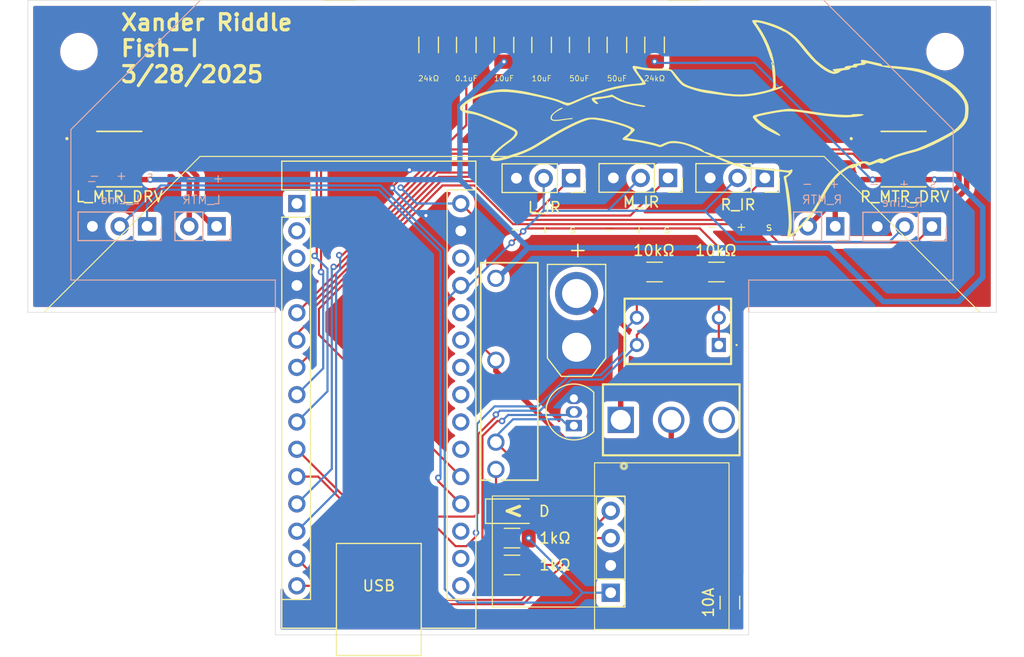
<source format=kicad_pcb>
(kicad_pcb (version 20240108) (generator "pcbnew") (generator_version "8.0")
  (layers (0 "F.Cu" signal) (31 "B.Cu" signal) (34 "B.Paste" user) (35 "F.Paste" user) (36 "B.SilkS" user "B.Silkscreen") (37 "F.SilkS" user "F.Silkscreen") (38 "B.Mask" user) (39 "F.Mask" user) (44 "Edge.Cuts" user))
  (net 0 "")
  (net 4 "M_IR")
  (net 6 "GND")
  (net 7 "+3V3")
  (net 9 "L_IR")
  (net 11 "+5V")
  (net 13 "R_IN2")
  (net 14 "L_LINE")
  (net 15 "DIP2")
  (net 18 "L_IN2")
  (net 19 "START_MOD")
  (net 20 "Kill_Switch")
  (net 22 "L_IN1")
  (net 23 "R_LINE")
  (net 24 "R_IR")
  (net 26 "R_IN1")
  (net 27 "+12V")
  (net 28 "DIP1")
  (net 30 "MOTOR_PWR")
  (net 31 "Net-(F1-Pad2)")
  (net 32 "Net-(J1-Pin_2)")
  (net 33 "Net-(J1-Pin_1)")
  (net 34 "Net-(J2-Pin_1)")
  (net 35 "Net-(J2-Pin_2)")
  (net 36 "Net-(L_MOTOR_DRIVER1-ILIM)")
  (net 38 "Net-(Power1-Pin_2)")
  (net 39 "Net-(R_MOTOR_DRIVER1-ILIM)")
  (net 40 "Net-(D1-K)")
  (net 41 "Net-(D1-A)")
  (net 42 "Net-(Q1-B)")
  (footprint "Resistor_SMD:R_1206_3216Metric_Pad1.30x1.75mm_HandSolder" (layer "F.Cu") (at 214.5 75.25 180)
    (property "Reference" "10kΩ" (at 0.05 2 0) (layer "F.SilkS"))
    (property "Value" "10kΩ")
    (pad "1" smd roundrect (at -1.55 0 180) (size 1.3 1.75) (layers "F.Cu" "F.Paste" "F.Mask") (roundrect_rratio 0.192308) (net 6 "GND"))
    (pad "2" smd roundrect (at 1.55 0 180) (size 1.3 1.75) (layers "F.Cu" "F.Paste" "F.Mask") (roundrect_rratio 0.192308) (net 28 "DIP1"))
  )
  (footprint "MountingHole:MountingHole_3mm" (layer "F.Cu") (at 155.25 54.75)
    (property "Reference" "REF**" (hide yes))
    (property "Value" "MountingHole_3mm")
    (pad "" np_thru_hole circle (at 0 0) (size 3 3) (drill 3) (layers "*.Cu" "*.Mask"))
  )
  (footprint "Connector_PinSocket_2.54mm:PinSocket_1x02_P2.54mm_Vertical" (layer "F.Cu") (at 225.54 71 -90)
    (property "Reference" "J2" (hide yes))
    (property "Value" "Conn_01x02")
    (pad "1" thru_hole rect (at 0 0 270) (size 1.7 1.7) (drill 1) (layers "*.Cu" "*.Mask") (net 34 "Net-(J2-Pin_1)"))
    (pad "2" thru_hole oval (at 0 2.54 270) (size 1.7 1.7) (drill 1) (layers "*.Cu" "*.Mask") (net 35 "Net-(J2-Pin_2)"))
  )
  (footprint "Resistor_SMD:R_1206_3216Metric_Pad1.30x1.75mm_HandSolder" (layer "F.Cu") (at 187.75 54.125 90)
    (property "Reference" "24kΩ" (at -3.125 0 180) (layer "F.SilkS") (effects (font (size 0.5 0.5) (thickness 0.07))))
    (property "Value" "24kΩ")
    (pad "1" smd roundrect (at -1.55 0 90) (size 1.3 1.75) (layers "F.Cu" "F.Paste" "F.Mask") (roundrect_rratio 0.192308) (net 36 "Net-(L_MOTOR_DRIVER1-ILIM)"))
    (pad "2" smd roundrect (at 1.55 0 90) (size 1.3 1.75) (layers "F.Cu" "F.Paste" "F.Mask") (roundrect_rratio 0.192308) (net 6 "GND"))
  )
  (footprint "Resistor_SMD:R_1206_3216Metric_Pad1.30x1.75mm_HandSolder" (layer "F.Cu") (at 208.75 75.25 180)
    (property "Reference" "10kΩ" (at 0.05 2 0) (layer "F.SilkS"))
    (property "Value" "10kΩ")
    (pad "1" smd roundrect (at -1.55 0 180) (size 1.3 1.75) (layers "F.Cu" "F.Paste" "F.Mask") (roundrect_rratio 0.192308) (net 6 "GND"))
    (pad "2" smd roundrect (at 1.55 0 180) (size 1.3 1.75) (layers "F.Cu" "F.Paste" "F.Mask") (roundrect_rratio 0.192308) (net 15 "DIP2"))
  )
  (footprint "MountingHole:MountingHole_3mm" (layer "F.Cu") (at 235.75 54.75)
    (property "Reference" "REF**" (hide yes))
    (property "Value" "MountingHole_3mm")
    (pad "" np_thru_hole circle (at 0 0) (size 3 3) (drill 3) (layers "F&B.Cu" "*.Mask"))
  )
  (footprint "Connector_PinHeader_2.54mm:PinHeader_1x04_P2.54mm_Vertical" (layer "F.Cu") (at 204.67 105.08 180)
    (property "Reference" "START_MOD1" (hide yes))
    (property "Value" "Conn_01x04")
    (pad "1" thru_hole rect (at 0 0 180) (size 1.7 1.7) (drill 1) (layers "*.Cu" "*.Mask") (net 11 "+5V"))
    (pad "2" thru_hole oval (at 0 2.54 180) (size 1.7 1.7) (drill 1) (layers "*.Cu" "*.Mask") (net 6 "GND"))
    (pad "3" thru_hole oval (at 0 5.08 180) (size 1.7 1.7) (drill 1) (layers "*.Cu" "*.Mask") (net 19 "START_MOD"))
    (pad "4" thru_hole oval (at 0 7.62 180) (size 1.7 1.7) (drill 1) (layers "*.Cu" "*.Mask") (net 20 "Kill_Switch"))
  )
  (footprint "Connector_PinSocket_2.54mm:PinSocket_1x03_P2.54mm_Vertical" (layer "F.Cu") (at 234.525 71.025 -90)
    (property "Reference" "R_LINE1" (hide yes))
    (property "Value" "Conn_01x03")
    (pad "1" thru_hole rect (at 0 0 270) (size 1.7 1.7) (drill 1) (layers "*.Cu" "*.Mask") (net 23 "R_LINE"))
    (pad "2" thru_hole oval (at 0 2.54 270) (size 1.7 1.7) (drill 1) (layers "*.Cu" "*.Mask") (net 11 "+5V"))
    (pad "3" thru_hole oval (at 0 5.08 270) (size 1.7 1.7) (drill 1) (layers "*.Cu" "*.Mask") (net 6 "GND"))
  )
  (footprint "Fuse:Fuse_1206_3216Metric_Pad1.42x1.75mm_HandSolder" (layer "F.Cu") (at 215.75 106 90)
    (property "Reference" "10A" (at 0 -2 90) (layer "F.SilkS"))
    (property "Value" "5A")
    (pad "1" smd roundrect (at -1.4875 0 90) (size 1.425 1.75) (layers "F.Cu" "F.Paste" "F.Mask") (roundrect_rratio 0.175439) (net 27 "+12V"))
    (pad "2" smd roundrect (at 1.4875 0 90) (size 1.425 1.75) (layers "F.Cu" "F.Paste" "F.Mask") (roundrect_rratio 0.175439) (net 31 "Net-(F1-Pad2)"))
  )
  (footprint "Connector_AMASS:AMASS_XT30U-F_1x02_P5.0mm_Vertical" (layer "F.Cu") (at 201.5 82.25 90)
    (property "Reference" "Power1" (hide yes))
    (property "Value" "Conn_01x02")
    (fp_text user "+" (at 9 0 90) (layer "F.SilkS") (effects (font (size 1.5 1.5))))
    (pad "1" thru_hole rect (at 0 0 90) (size 3.8 3.8) (drill 2.7) (layers "*.Cu" "*.Mask") (net 6 "GND"))
    (pad "2" thru_hole circle (at 5 0 90) (size 4 4) (drill 2.7) (layers "*.Cu" "*.Mask") (net 38 "Net-(Power1-Pin_2)"))
  )
  (footprint "Capacitor_SMD:C_1206_3216Metric_Pad1.33x1.80mm_HandSolder" (layer "F.Cu") (at 205.25 54.125 90)
    (property "Reference" "50uF" (at -3.125 0 180) (layer "F.SilkS") (effects (font (size 0.5 0.5) (thickness 0.07))))
    (property "Value" "50uF")
    (pad "1" smd roundrect (at -1.5625 0 90) (size 1.325 1.8) (layers "F.Cu" "F.Paste" "F.Mask") (roundrect_rratio 0.188679) (net 30 "MOTOR_PWR"))
    (pad "2" smd roundrect (at 1.5625 0 90) (size 1.325 1.8) (layers "F.Cu" "F.Paste" "F.Mask") (roundrect_rratio 0.188679) (net 6 "GND"))
  )
  (footprint "Resistor_SMD:R_1206_3216Metric_Pad1.30x1.75mm_HandSolder" (layer "F.Cu") (at 195.5 100 180)
    (property "Reference" "1kΩ" (at -4 0 0) (layer "F.SilkS"))
    (property "Value" "R")
    (pad "1" smd roundrect (at -1.55 0 180) (size 1.3 1.75) (layers "F.Cu" "F.Paste" "F.Mask") (roundrect_rratio 0.192308) (net 11 "+5V"))
    (pad "2" smd roundrect (at 1.55 0 180) (size 1.3 1.75) (layers "F.Cu" "F.Paste" "F.Mask") (roundrect_rratio 0.192308) (net 40 "Net-(D1-K)"))
  )
  (footprint "graphics:shark_small" (layer "F.Cu") (at 215 61.5 -90)
    (property "Reference" "G***" (hide yes))
    (property "Value" "LOGO" (hide yes))
  )
  (footprint "Resistor_SMD:R_1206_3216Metric_Pad1.30x1.75mm_HandSolder" (layer "F.Cu") (at 208.75 54.125 90)
    (property "Reference" "24kΩ" (at -3.125 0 180) (layer "F.SilkS") (effects (font (size 0.5 0.5) (thickness 0.07))))
    (property "Value" "24kΩ")
    (pad "1" smd roundrect (at -1.55 0 90) (size 1.3 1.75) (layers "F.Cu" "F.Paste" "F.Mask") (roundrect_rratio 0.192308) (net 39 "Net-(R_MOTOR_DRIVER1-ILIM)"))
    (pad "2" smd roundrect (at 1.55 0 90) (size 1.3 1.75) (layers "F.Cu" "F.Paste" "F.Mask") (roundrect_rratio 0.192308) (net 6 "GND"))
  )
  (footprint "Connector_PinSocket_2.54mm:PinSocket_1x03_P2.54mm_Vertical" (layer "F.Cu") (at 210 66.5 -90)
    (property "Reference" "M_IR" (at 2.25 2.5 180) (layer "F.SilkS"))
    (property "Value" "Conn_01x03")
    (pad "1" thru_hole rect (at 0 0 270) (size 1.7 1.7) (drill 1) (layers "*.Cu" "*.Mask") (net 4 "M_IR"))
    (pad "2" thru_hole oval (at 0 2.54 270) (size 1.7 1.7) (drill 1) (layers "*.Cu" "*.Mask") (net 11 "+5V"))
    (pad "3" thru_hole oval (at 0 5.08 270) (size 1.7 1.7) (drill 1) (layers "*.Cu" "*.Mask") (net 6 "GND"))
  )
  (footprint "Resistor_SMD:R_1206_3216Metric_Pad1.30x1.75mm_HandSolder" (layer "F.Cu") (at 195.5 102.5 180)
    (property "Reference" "1kΩ" (at -4 0 0) (layer "F.SilkS"))
    (property "Value" "R")
    (pad "1" smd roundrect (at -1.55 0 180) (size 1.3 1.75) (layers "F.Cu" "F.Paste" "F.Mask") (roundrect_rratio 0.192308) (net 20 "Kill_Switch"))
    (pad "2" smd roundrect (at 1.55 0 180) (size 1.3 1.75) (layers "F.Cu" "F.Paste" "F.Mask") (roundrect_rratio 0.192308) (net 42 "Net-(Q1-B)"))
  )
  (footprint "DRV8871:DDA0008H_N_TEX" (layer "F.Cu") (at 159 64.75)
    (property "Reference" "L_MTR_DRV" (at 0 3.5 0) (layer "F.SilkS"))
    (property "Value" "DRV8871DDARQ1")
    (pad "1" smd rect (at -2.875001 -1.905) (size 2.2098 0.508) (layers "F.Cu" "F.Paste" "F.Mask") (net 6 "GND"))
    (pad "2" smd rect (at -2.875001 -0.635) (size 2.2098 0.508) (layers "F.Cu" "F.Paste" "F.Mask") (net 18 "L_IN2"))
    (pad "3" smd rect (at -2.875001 0.635) (size 2.2098 0.508) (layers "F.Cu" "F.Paste" "F.Mask") (net 22 "L_IN1"))
    (pad "4" smd rect (at -2.875001 1.905) (size 2.2098 0.508) (layers "F.Cu" "F.Paste" "F.Mask") (net 36 "Net-(L_MOTOR_DRIVER1-ILIM)"))
    (pad "5" smd rect (at 2.875001 1.905) (size 2.2098 0.508) (layers "F.Cu" "F.Paste" "F.Mask") (net 30 "MOTOR_PWR"))
    (pad "6" smd rect (at 2.875001 0.635) (size 2.2098 0.508) (layers "F.Cu" "F.Paste" "F.Mask") (net 32 "Net-(J1-Pin_2)"))
    (pad "7" smd rect (at 2.875001 -0.635) (size 2.2098 0.508) (layers "F.Cu" "F.Paste" "F.Mask") (net 6 "GND"))
    (pad "8" smd rect (at 2.875001 -1.905) (size 2.2098 0.508) (layers "F.Cu" "F.Paste" "F.Mask") (net 33 "Net-(J1-Pin_1)"))
    (pad "9" smd rect (at 0 0) (size 2.3876 3.0988) (layers "F.Cu") (net 6 "GND"))
  )
  (footprint "1101M2S3CQE2:SW_1101M2S3CQE2" (layer "F.Cu") (at 210.3 89 90)
    (property "Reference" "SW1" (hide yes))
    (property "Value" "1101M2S3CQE2")
    (pad "1" thru_hole rect (at 0 -4.7 90) (size 2.45 2.45) (drill 1.85) (layers "*.Cu" "*.Mask") (net 38 "Net-(Power1-Pin_2)"))
    (pad "2" thru_hole circle (at 0 0 90) (size 2.45 2.45) (drill 1.85) (layers "*.Cu" "*.Mask") (net 31 "Net-(F1-Pad2)"))
    (pad "3" thru_hole circle (at 0 4.7 90) (size 2.45 2.45) (drill 1.85) (layers "*.Cu" "*.Mask"))
  )
  (footprint "Connector_PinSocket_2.54mm:PinSocket_1x03_P2.54mm_Vertical" (layer "F.Cu") (at 219 66.5 -90)
    (property "Reference" "R_IR" (at 2.5 2.5 180) (layer "F.SilkS"))
    (property "Value" "Conn_01x03")
    (pad "1" thru_hole rect (at 0 0 270) (size 1.7 1.7) (drill 1) (layers "*.Cu" "*.Mask") (net 24 "R_IR"))
    (pad "2" thru_hole oval (at 0 2.54 270) (size 1.7 1.7) (drill 1) (layers "*.Cu" "*.Mask") (net 11 "+5V"))
    (pad "3" thru_hole oval (at 0 5.08 270) (size 1.7 1.7) (drill 1) (layers "*.Cu" "*.Mask") (net 6 "GND"))
  )
  (footprint "Diode_SMD:D_1206_3216Metric_Pad1.42x1.75mm_HandSolder" (layer "F.Cu") (at 195.5 97.5)
    (property "Reference" "D" (at 3 0 0) (layer "F.SilkS"))
    (property "Value" "D")
    (pad "1" smd roundrect (at -1.4875 0) (size 1.425 1.75) (layers "F.Cu" "F.Paste" "F.Mask") (roundrect_rratio 0.175439) (net 40 "Net-(D1-K)"))
    (pad "2" smd roundrect (at 1.4875 0) (size 1.425 1.75) (layers "F.Cu" "F.Paste" "F.Mask") (roundrect_rratio 0.175439) (net 41 "Net-(D1-A)"))
  )
  (footprint "Module:Arduino_Nano" (layer "F.Cu") (at 175.5 68.88)
    (property "Reference" "A1" (hide yes))
    (property "Value" "Arduino_Nano_v3.x")
    (fp_text user "USB" (at 7.62 35.56 0) (layer "F.SilkS"))
    (pad "1" thru_hole rect (at 0 0) (size 1.6 1.6) (drill 1) (layers "*.Cu" "*.Mask"))
    (pad "2" thru_hole oval (at 0 2.54) (size 1.6 1.6) (drill 1) (layers "*.Cu" "*.Mask"))
    (pad "3" thru_hole oval (at 0 5.08) (size 1.6 1.6) (drill 1) (layers "*.Cu" "*.Mask"))
    (pad "4" thru_hole oval (at 0 7.62) (size 1.6 1.6) (drill 1) (layers "*.Cu" "*.Mask") (net 6 "GND"))
    (pad "5" thru_hole oval (at 0 10.16) (size 1.6 1.6) (drill 1) (layers "*.Cu" "*.Mask") (net 9 "L_IR"))
    (pad "6" thru_hole oval (at 0 12.7) (size 1.6 1.6) (drill 1) (layers "*.Cu" "*.Mask") (net 4 "M_IR"))
    (pad "7" thru_hole oval (at 0 15.24) (size 1.6 1.6) (drill 1) (layers "*.Cu" "*.Mask") (net 24 "R_IR"))
    (pad "8" thru_hole oval (at 0 17.78) (size 1.6 1.6) (drill 1) (layers "*.Cu" "*.Mask") (net 22 "L_IN1"))
    (pad "9" thru_hole oval (at 0 20.32) (size 1.6 1.6) (drill 1) (layers "*.Cu" "*.Mask") (net 18 "L_IN2"))
    (pad "10" thru_hole oval (at 0 22.86) (size 1.6 1.6) (drill 1) (layers "*.Cu" "*.Mask") (net 28 "DIP1"))
    (pad "11" thru_hole oval (at 0 25.4) (size 1.6 1.6) (drill 1) (layers "*.Cu" "*.Mask") (net 15 "DIP2"))
    (pad "12" thru_hole oval (at 0 27.94) (size 1.6 1.6) (drill 1) (layers "*.Cu" "*.Mask") (net 26 "R_IN1"))
    (pad "13" thru_hole oval (at 0 30.48) (size 1.6 1.6) (drill 1) (layers "*.Cu" "*.Mask") (net 13 "R_IN2"))
    (pad "14" thru_hole oval (at 0 33.02) (size 1.6 1.6) (drill 1) (layers "*.Cu" "*.Mask") (net 20 "Kill_Switch"))
    (pad "15" thru_hole oval (at 0 35.56) (size 1.6 1.6) (drill 1) (layers "*.Cu" "*.Mask") (net 19 "START_MOD"))
    (pad "16" thru_hole oval (at 15.24 35.56) (size 1.6 1.6) (drill 1) (layers "*.Cu" "*.Mask"))
    (pad "17" thru_hole oval (at 15.24 33.02) (size 1.6 1.6) (drill 1) (layers "*.Cu" "*.Mask") (net 7 "+3V3"))
    (pad "18" thru_hole oval (at 15.24 30.48) (size 1.6 1.6) (drill 1) (layers "*.Cu" "*.Mask"))
    (pad "19" thru_hole oval (at 15.24 27.94) (size 1.6 1.6) (drill 1) (layers "*.Cu" "*.Mask") (net 14 "L_LINE"))
    (pad "20" thru_hole oval (at 15.24 25.4) (size 1.6 1.6) (drill 1) (layers "*.Cu" "*.Mask") (net 23 "R_LINE"))
    (pad "21" thru_hole oval (at 15.24 22.86) (size 1.6 1.6) (drill 1) (layers "*.Cu" "*.Mask"))
    (pad "22" thru_hole oval (at 15.24 20.32) (size 1.6 1.6) (drill 1) (layers "*.Cu" "*.Mask"))
    (pad "23" thru_hole oval (at 15.24 17.78) (size 1.6 1.6) (drill 1) (layers "*.Cu" "*.Mask"))
    (pad "24" thru_hole oval (at 15.24 15.24) (size 1.6 1.6) (drill 1) (layers "*.Cu" "*.Mask"))
    (pad "25" thru_hole oval (at 15.24 12.7) (size 1.6 1.6) (drill 1) (layers "*.Cu" "*.Mask"))
    (pad "26" thru_hole oval (at 15.24 10.16) (size 1.6 1.6) (drill 1) (layers "*.Cu" "*.Mask"))
    (pad "27" thru_hole oval (at 15.24 7.62) (size 1.6 1.6) (drill 1) (layers "*.Cu" "*.Mask") (net 11 "+5V"))
    (pad "28" thru_hole oval (at 15.24 5.08) (size 1.6 1.6) (drill 1) (layers "*.Cu" "*.Mask"))
    (pad "29" thru_hole oval (at 15.24 2.54) (size 1.6 1.6) (drill 1) (layers "*.Cu" "*.Mask") (net 6 "GND"))
    (pad "30" thru_hole oval (at 15.24 0) (size 1.6 1.6) (drill 1) (layers "*.Cu" "*.Mask") (net 27 "+12V"))
  )
  (footprint "Package_TO_SOT_THT:TO-92_Inline" (layer "F.Cu") (at 201.25 89.54 90)
    (property "Reference" "Q1" (hide yes))
    (property "Value" "BC549")
    (pad "1" thru_hole rect (at 0 0 90) (size 1.05 1.5) (drill 0.75) (layers "*.Cu" "*.Mask") (net 41 "Net-(D1-A)"))
    (pad "2" thru_hole oval (at 1.27 0 90) (size 1.05 1.5) (drill 0.75) (layers "*.Cu" "*.Mask") (net 42 "Net-(Q1-B)"))
    (pad "3" thru_hole oval (at 2.54 0 90) (size 1.05 1.5) (drill 0.75) (layers "*.Cu" "*.Mask") (net 6 "GND"))
  )
  (footprint "Capacitor_SMD:C_1206_3216Metric_Pad1.33x1.80mm_HandSolder" (layer "F.Cu") (at 198.25 54.125 90)
    (property "Reference" "10uF" (at -3.125 0 180) (layer "F.SilkS") (effects (font (size 0.5 0.5) (thickness 0.07))))
    (property "Value" "10uF")
    (pad "1" smd roundrect (at -1.5625 0 90) (size 1.325 1.8) (layers "F.Cu" "F.Paste" "F.Mask") (roundrect_rratio 0.188679) (net 30 "MOTOR_PWR"))
    (pad "2" smd roundrect (at 1.5625 0 90) (size 1.325 1.8) (layers "F.Cu" "F.Paste" "F.Mask") (roundrect_rratio 0.188679) (net 6 "GND"))
  )
  (footprint "DRV8871:DDA0008H_N_TEX" (layer "F.Cu") (at 231.8944 64.75)
    (property "Reference" "R_MTR_DRV" (at 0.1056 3.5 0) (layer "F.SilkS"))
    (property "Value" "DRV8871DDARQ1")
    (pad "1" smd rect (at -2.875001 -1.905) (size 2.2098 0.508) (layers "F.Cu" "F.Paste" "F.Mask") (net 6 "GND"))
    (pad "2" smd rect (at -2.875001 -0.635) (size 2.2098 0.508) (layers "F.Cu" "F.Paste" "F.Mask") (net 13 "R_IN2"))
    (pad "3" smd rect (at -2.875001 0.635) (size 2.2098 0.508) (layers "F.Cu" "F.Paste" "F.Mask") (net 26 "R_IN1"))
    (pad "4" smd rect (at -2.875001 1.905) (size 2.2098 0.508) (layers "F.Cu" "F.Paste" "F.Mask") (net 39 "Net-(R_MOTOR_DRIVER1-ILIM)"))
    (pad "5" smd rect (at 2.875001 1.905) (size 2.2098 0.508) (layers "F.Cu" "F.Paste" "F.Mask") (net 30 "MOTOR_PWR"))
    (pad "6" smd rect (at 2.875001 0.635) (size 2.2098 0.508) (layers "F.Cu" "F.Paste" "F.Mask") (net 35 "Net-(J2-Pin_2)"))
    (pad "7" smd rect (at 2.875001 -0.635) (size 2.2098 0.508) (layers "F.Cu" "F.Paste" "F.Mask") (net 6 "GND"))
    (pad "8" smd rect (at 2.875001 -1.905) (size 2.2098 0.508) (layers "F.Cu" "F.Paste" "F.Mask") (net 34 "Net-(J2-Pin_1)"))
    (pad "9" smd rect (at 0 0) (size 2.3876 3.0988) (layers "F.Cu") (net 6 "GND"))
  )
  (footprint "Connector_PinSocket_2.54mm:PinSocket_1x03_P2.54mm_Vertical" (layer "F.Cu") (at 161.58 71 -90)
    (property "Reference" "L_LINE1" (hide yes))
    (property "Value" "Conn_01x03")
    (pad "1" thru_hole rect (at 0 0 270) (size 1.7 1.7) (drill 1) (layers "*.Cu" "*.Mask") (net 14 "L_LINE"))
    (pad "2" thru_hole oval (at 0 2.54 270) (size 1.7 1.7) (drill 1) (layers "*.Cu" "*.Mask") (net 11 "+5V"))
    (pad "3" thru_hole oval (at 0 5.08 270) (size 1.7 1.7) (drill 1) (layers "*.Cu" "*.Mask") (net 6 "GND"))
  )
  (footprint "Connector_PinSocket_2.54mm:PinSocket_1x02_P2.54mm_Vertical" (layer "F.Cu") (at 168.04 71 -90)
    (property "Reference" "J1" (hide yes))
    (property "Value" "Conn_01x02")
    (pad "1" thru_hole rect (at 0 0 270) (size 1.7 1.7) (drill 1) (layers "*.Cu" "*.Mask") (net 33 "Net-(J1-Pin_1)"))
    (pad "2" thru_hole oval (at 0 2.54 270) (size 1.7 1.7) (drill 1) (layers "*.Cu" "*.Mask") (net 32 "Net-(J1-Pin_2)"))
  )
  (footprint "Capacitor_SMD:C_1206_3216Metric_Pad1.33x1.80mm_HandSolder" (layer "F.Cu") (at 191.25 54.125 90)
    (property "Reference" "0.1uF" (at -3.125 0 180) (layer "F.SilkS") (effects (font (size 0.5 0.5) (thickness 0.07))))
    (property "Value" "0.1uF")
    (pad "1" smd roundrect (at -1.5625 0 90) (size 1.325 1.8) (layers "F.Cu" "F.Paste" "F.Mask") (roundrect_rratio 0.188679) (net 27 "+12V"))
    (pad "2" smd roundrect (at 1.5625 0 90) (size 1.325 1.8) (layers "F.Cu" "F.Paste" "F.Mask") (roundrect_rratio 0.188679) (net 6 "GND"))
  )
  (footprint "418117270902:418117270902" (layer "F.Cu") (at 214.72 82.04 90)
    (property "Reference" "SW_DIP1" (hide yes))
    (property "Value" "SW_DIP_x02" (hide yes))
    (pad "1" thru_hole rect (at 0 0 90) (size 1.3 1.3) (drill 0.8) (layers "*.Cu" "*.Mask") (net 11 "+5V"))
    (pad "2" thru_hole circle (at 2.54 0 90) (size 1.3 1.3) (drill 0.8) (layers "*.Cu" "*.Mask") (net 11 "+5V"))
    (pad "3" thru_hole circle (at 2.54 -7.62 90) (size 1.3 1.3) (drill 0.8) (layers "*.Cu" "*.Mask") (net 15 "DIP2"))
    (pad "4" thru_hole circle (at 0 -7.62 90) (size 1.3 1.3) (drill 0.8) (layers "*.Cu" "*.Mask") (net 28 "DIP1"))
  )
  (footprint "Connector_PinSocket_2.54mm:PinSocket_1x03_P2.54mm_Vertical" (layer "F.Cu") (at 200.985 66.525 -90)
    (property "Reference" "L_IR" (at 2.725 2.485 180) (layer "F.SilkS"))
    (property "Value" "Conn_01x03")
    (pad "1" thru_hole rect (at 0 0 270) (size 1.7 1.7) (drill 1) (layers "*.Cu" "*.Mask") (net 9 "L_IR"))
    (pad "2" thru_hole oval (at 0 2.54 270) (size 1.7 1.7) (drill 1) (layers "*.Cu" "*.Mask") (net 11 "+5V"))
    (pad "3" thru_hole oval (at 0 5.08 270) (size 1.7 1.7) (drill 1) (layers "*.Cu" "*.Mask") (net 6 "GND"))
  )
  (footprint "Capacitor_SMD:C_1206_3216Metric_Pad1.33x1.80mm_HandSolder" (layer "F.Cu") (at 194.75 54.125 90)
    (property "Reference" "10uF" (at -3.125 0 180) (layer "F.SilkS") (effects (font (size 0.5 0.5) (thickness 0.07))))
    (property "Value" "10uF")
    (pad "1" smd roundrect (at -1.5625 0 90) (size 1.325 1.8) (layers "F.Cu" "F.Paste" "F.Mask") (roundrect_rratio 0.188679) (net 30 "MOTOR_PWR"))
    (pad "2" smd roundrect (at 1.5625 0 90) (size 1.325 1.8) (layers "F.Cu" "F.Paste" "F.Mask") (roundrect_rratio 0.188679) (net 6 "GND"))
  )
  (footprint "G6DN-1A-SL:RELAY_G6DN-1A_OMR" (layer "F.Cu") (at 194 93.615001 180)
    (property "Reference" "K1" (hide yes))
    (property "Value" "G6DN-1A-SL DC12")
    (pad "1" thru_hole circle (at 0 0 180) (size 1.6002 1.6002) (drill 1.0922) (layers "*.Cu" "*.Mask") (net 40 "Net-(D1-K)"))
    (pad "2" thru_hole circle (at 0 2.54 180) (size 1.6002 1.6002) (drill 1.0922) (layers "*.Cu" "*.Mask") (net 41 "Net-(D1-A)"))
    (pad "5" thru_hole circle (at 0 10.16 180) (size 1.6002 1.6002) (drill 1.0922) (layers "*.Cu" "*.Mask") (net 27 "+12V"))
    (pad "8" thru_hole circle (at 0 17.78 180) (size 1.6002 1.6002) (drill 1.0922) (layers "*.Cu" "*.Mask") (net 30 "MOTOR_PWR"))
  )
  (footprint "Capacitor_SMD:C_1206_3216Metric_Pad1.33x1.80mm_HandSolder" (layer "F.Cu") (at 201.75 54.125 90)
    (property "Reference" "50uF" (at -3.125 0 180) (layer "F.SilkS") (effects (font (size 0.5 0.5) (thickness 0.07))))
    (property "Value" "50uF")
    (pad "1" smd roundrect (at -1.5625 0 90) (size 1.325 1.8) (layers "F.Cu" "F.Paste" "F.Mask") (roundrect_rratio 0.188679) (net 30 "MOTOR_PWR"))
    (pad "2" smd roundrect (at 1.5625 0 90) (size 1.325 1.8) (layers "F.Cu" "F.Paste" "F.Mask") (roundrect_rratio 0.188679) (net 6 "GND"))
  )
  (gr_line (start 224.5 50) (end 236.5 62) (stroke (width 0.1)) (layer "B.SilkS"))
  (gr_line (start 217.5 76) (end 236.5 76) (stroke (width 0.1)) (layer "B.SilkS"))
  (gr_line (start 154.5 62) (end 154.5 76) (stroke (width 0.1)) (layer "B.SilkS"))
  (gr_line (start 217.5 76) (end 217.5 79) (stroke (width 0.1)) (layer "B.SilkS"))
  (gr_line (start 173.5 76) (end 173.5 79) (stroke (width 0.1)) (layer "B.SilkS"))
  (gr_line (start 166.5 50) (end 154.5 62) (stroke (width 0.1)) (layer "B.SilkS"))
  (gr_line (start 236.5 62) (end 236.5 76) (stroke (width 0.1)) (layer "B.SilkS"))
  (gr_line (start 173.5 76) (end 154.5 76) (stroke (width 0.1)) (layer "B.SilkS"))
  (gr_rect (start 203.17 93) (end 215.67 108.5) (stroke (width 0.1)) (fill none) (layer "F.SilkS"))
  (gr_rect (start 193.67 96.08) (end 206 106.41) (stroke (width 0.1)) (fill none) (layer "F.SilkS"))
  (gr_line (start 239 79) (end 224.5 64.5) (stroke (width 0.1)) (layer "F.SilkS"))
  (gr_line (start 210 50) (end 213 50) (stroke (width 0.1)) (layer "F.SilkS"))
  (gr_line (start 152 79) (end 166.5 64.5) (stroke (width 0.1)) (layer "F.SilkS"))
  (gr_line (start 166.5 64.5) (end 224.5 64.5) (stroke (width 0.1)) (layer "F.SilkS"))
  (gr_line (start 181 50) (end 178 50) (stroke (width 0.1)) (layer "F.SilkS"))
  (gr_line (start 173.5 109) (end 173.5 79) (stroke (width 0.05)) (layer "Edge.Cuts"))
  (gr_line (start 240.5 50) (end 240.5 79) (stroke (width 0.05)) (layer "Edge.Cuts"))
  (gr_line (start 150.5 50) (end 240.5 50) (stroke (width 0.05)) (layer "Edge.Cuts"))
  (gr_line (start 240.5 79) (end 217.5 79) (stroke (width 0.05)) (layer "Edge.Cuts"))
  (gr_line (start 173.5 79) (end 150.5 79) (stroke (width 0.05)) (layer "Edge.Cuts"))
  (gr_line (start 217.5 109) (end 173.5 109) (stroke (width 0.05)) (layer "Edge.Cuts"))
  (gr_line (start 150.5 79) (end 150.5 50) (stroke (width 0.05)) (layer "Edge.Cuts"))
  (gr_line (start 217.5 79) (end 217.5 109) (stroke (width 0.05)) (layer "Edge.Cuts"))
  (gr_text "s" (at 235 67.5 0) (layer "B.SilkS") (effects (font (size 0.8 0.8) (thickness 0.1)) (justify left bottom mirror)))
  (gr_text "R_MTR\n" (at 226.25 69 0) (layer "B.SilkS") (effects (font (size 0.8 0.8) (thickness 0.1)) (justify left bottom mirror)))
  (gr_text "R_Line" (at 233.75 69.25 0) (layer "B.SilkS") (effects (font (size 0.8 0.8) (thickness 0.1)) (justify left bottom mirror)))
  (gr_text "-" (at 157 67.25 0) (layer "B.SilkS") (effects (font (size 0.8 0.8) (thickness 0.1)) (justify left bottom mirror)))
  (gr_text "+" (at 159.75 66.75 0) (layer "B.SilkS") (effects (font (size 0.8 0.8) (thickness 0.1)) (justify left bottom mirror)))
  (gr_text "-" (at 223.5 67.5 0) (layer "B.SilkS") (effects (font (size 0.8 0.8) (thickness 0.1)) (justify left bottom mirror)))
  (gr_text "+" (at 232.5 67.5 0) (layer "B.SilkS") (effects (font (size 0.8 0.8) (thickness 0.1)) (justify left bottom mirror)))
  (gr_text "-" (at 229.75 67.5 0) (layer "B.SilkS") (effects (font (size 0.8 0.8) (thickness 0.1)) (justify left bottom mirror)))
  (gr_text "s" (at 162.25 66.75 0) (layer "B.SilkS") (effects (font (size 0.8 0.8) (thickness 0.1)) (justify left bottom mirror)))
  (gr_text "+" (at 226 67.5 0) (layer "B.SilkS") (effects (font (size 0.8 0.8) (thickness 0.1)) (justify left bottom mirror)))
  (gr_text "+" (at 168.75 67 0) (layer "B.SilkS") (effects (font (size 0.8 0.8) (thickness 0.1)) (justify left bottom mirror)))
  (gr_text "-" (at 166.25 67 0) (layer "B.SilkS") (effects (font (size 0.8 0.8) (thickness 0.1)) (justify left bottom mirror)))
  (gr_text "L_MTR\n" (at 168.5 69 0) (layer "B.SilkS") (effects (font (size 0.8 0.8) (thickness 0.1)) (justify left bottom mirror)))
  (gr_text "-" (at 157.25 66.75 0) (layer "B.SilkS") (effects (font (size 0.8 0.8) (thickness 0.1)) (justify left bottom mirror)))
  (gr_text "L_Line" (at 161 69 0) (layer "B.SilkS") (effects (font (size 0.8 0.8) (thickness 0.1)) (justify left bottom mirror)))
  (gr_text "-" (at 195.25 71.75 0) (layer "F.SilkS") (effects (font (size 0.8 0.8) (thickness 0.1)) (justify left bottom)))
  (gr_text "+" (at 216.25 71.5 0) (layer "F.SilkS") (effects (font (size 0.8 0.8) (thickness 0.1)) (justify left bottom)))
  (gr_text "Xander Riddle\nFish-I\n3/28/2025" (at 159 57.75 0) (layer "F.SilkS") (effects (font (size 1.5 1.5) (thickness 0.3) (bold yes)) (justify left bottom)))
  (gr_text "s" (at 219 71.5 0) (layer "F.SilkS") (effects (font (size 0.8 0.8) (thickness 0.1)) (justify left bottom)))
  (gr_text "-" (at 213.5 71.5 0) (layer "F.SilkS") (effects (font (size 0.8 0.8) (thickness 0.1)) (justify left bottom)))
  (gr_text "<" (at 194.5 98.25 0) (layer "F.SilkS") (effects (font (size 1.5 1.5) (thickness 0.3) (bold yes)) (justify left bottom)))
  (gr_text "s" (at 200.75 71.75 0) (layer "F.SilkS") (effects (font (size 0.8 0.8) (thickness 0.1)) (justify left bottom)))
  (gr_text "-" (at 204 71.75 0) (layer "F.SilkS") (effects (font (size 0.8 0.8) (thickness 0.1)) (justify left bottom)))
  (gr_text "s" (at 209.5 71.75 0) (layer "F.SilkS") (effects (font (size 0.8 0.8) (thickness 0.1)) (justify left bottom)))
  (gr_text "+" (at 198 71.75 0) (layer "F.SilkS") (effects (font (size 0.8 0.8) (thickness 0.1)) (justify left bottom)))
  (gr_text "+" (at 206.75 71.75 0) (layer "F.SilkS") (effects (font (size 0.8 0.8) (thickness 0.1)) (justify left bottom)))
  (segment (start 188.705686 66.4) (end 176.75 78.355686) (width 0.2) (layer "F.Cu") (net 4))
  (segment (start 195.934315 70) (end 192.334315 66.4) (width 0.2) (layer "F.Cu") (net 4))
  (segment (start 192.334315 66.4) (end 188.705686 66.4) (width 0.2) (layer "F.Cu") (net 4))
  (segment (start 176.75 78.355686) (end 176.75 79.75) (width 0.2) (layer "F.Cu") (net 4))
  (segment (start 210 66.5) (end 210.25 66.75) (width 0.2) (layer "F.Cu") (net 4))
  (segment (start 206.5 70) (end 195.934315 70) (width 0.2) (layer "F.Cu") (net 4))
  (segment (start 176.75 79.75) (end 175.5 81) (width 0.2) (layer "F.Cu") (net 4))
  (segment (start 210 66.5) (end 206.5 70) (width 0.2) (layer "F.Cu") (net 4))
  (segment (start 175.5 81) (end 175.5 81.58) (width 0.2) (layer "F.Cu") (net 4))
  (segment (start 184.355944 67.441728) (end 184.355944 67.355627) (width 0.2) (layer "F.Cu") (net 6))
  (segment (start 184.355944 67.355627) (end 185.961571 65.75) (width 0.2) (layer "F.Cu") (net 6))
  (segment (start 185.961571 65.75) (end 186 65.75) (width 0.2) (layer "F.Cu") (net 6))
  (via (at 184.355944 67.441728) (size 0.6) (drill 0.3) (layers "F.Cu" "B.Cu") (net 6))
  (via (at 185.961571 65.75) (size 0.6) (drill 0.3) (layers "F.Cu" "B.Cu") (net 6))
  (via (at 187.5 70) (size 0.6) (drill 0.3) (layers "F.Cu" "B.Cu") (net 6))
  (segment (start 184.355944 67.454373) (end 184.355944 67.441728) (width 0.2) (layer "B.Cu") (net 6))
  (segment (start 186.901571 70) (end 184.355944 67.454373) (width 0.2) (layer "B.Cu") (net 6))
  (segment (start 187.5 70) (end 186.901571 70) (width 0.2) (layer "B.Cu") (net 6))
  (segment (start 197.91 69.6) (end 200.985 66.525) (width 0.2) (layer "F.Cu") (net 9))
  (segment (start 188.54 66) (end 192.5 66) (width 0.2) (layer "F.Cu") (net 9))
  (segment (start 196.1 69.6) (end 197.91 69.6) (width 0.2) (layer "F.Cu") (net 9))
  (segment (start 175.5 79.04) (end 188.54 66) (width 0.2) (layer "F.Cu") (net 9))
  (segment (start 192.5 66) (end 196.1 69.6) (width 0.2) (layer "F.Cu") (net 9))
  (segment (start 214.72 72.97) (end 214.72 79.5) (width 0.2) (layer "F.Cu") (net 11))
  (segment (start 196.8 71.2) (end 212.95 71.2) (width 0.2) (layer "F.Cu") (net 11))
  (segment (start 195.469669 72.530331) (end 196.530331 71.469669) (width 0.2) (layer "F.Cu") (net 11))
  (segment (start 196.530331 71.469669) (end 196.8 71.2) (width 0.2) (layer "F.Cu") (net 11))
  (segment (start 214.72 79.5) (end 214.72 82.04) (width 0.2) (layer "F.Cu") (net 11))
  (segment (start 212.95 71.2) (end 214.72 72.97) (width 0.2) (layer "F.Cu") (net 11))
  (via (at 196.530331 71.469669) (size 0.6) (drill 0.3) (layers "F.Cu" "B.Cu") (net 11))
  (via (at 195.469669 72.530331) (size 0.6) (drill 0.3) (layers "F.Cu" "B.Cu") (net 11))
  (via (at 197.05 100) (size 0.6) (drill 0.3) (layers "F.Cu" "B.Cu") (net 11))
  (segment (start 198.445 69.555) (end 204.405 69.555) (width 0.2) (layer "B.Cu") (net 11))
  (segment (start 213.405 69.555) (end 216.46 66.5) (width 0.2) (layer "B.Cu") (net 11))
  (segment (start 191.5 76.5) (end 190.74 76.5) (width 0.2) (layer "B.Cu") (net 11))
  (segment (start 204.405 69.555) (end 207.46 66.5) (width 0.2) (layer "B.Cu") (net 11))
  (segment (start 183.270686 67.205) (end 189.25 73.184314) (width 0.2) (layer "B.Cu") (net 11))
  (segment (start 159.04 71) (end 162.835 67.205) (width 0.2) (layer "B.Cu") (net 11))
  (segment (start 195.469669 72.530331) (end 191.5 76.5) (width 0.2) (layer "B.Cu") (net 11))
  (segment (start 216.3 72.45) (end 213.405 69.555) (width 0.2) (layer "B.Cu") (net 11))
  (segment (start 202.08 105.08) (end 204.67 105.08) (width 0.2) (layer "B.Cu") (net 11))
  (segment (start 204.405 69.555) (end 213.405 69.555) (width 0.2) (layer "B.Cu") (net 11))
  (segment (start 189.25 77.99) (end 189.25 104.752818) (width 0.2) (layer "B.Cu") (net 11))
  (segment (start 198.445 69.555) (end 198.445 66.525) (width 0.2) (layer "B.Cu") (net 11))
  (segment (start 162.835 67.205) (end 183.270686 67.205) (width 0.2) (layer "B.Cu") (net 11))
  (segment (start 202.08 105.08) (end 197.05 100.05) (width 0.2) (layer "B.Cu") (net 11))
  (segment (start 189.25 104.752818) (end 190.497182 106) (width 0.2) (layer "B.Cu") (net 11))
  (segment (start 196.530331 71.469669) (end 198.445 69.555) (width 0.2) (layer "B.Cu") (net 11))
  (segment (start 231.985 71.025) (end 230.56 72.45) (width 0.2) (layer "B.Cu") (net 11))
  (segment (start 189.25 73.184314) (end 189.25 77.99) (width 0.2) (layer "B.Cu") (net 11))
  (segment (start 230.56 72.45) (end 216.3 72.45) (width 0.2) (layer "B.Cu") (net 11))
  (segment (start 190.74 76.5) (end 189.25 77.99) (width 0.2) (layer "B.Cu") (net 11))
  (segment (start 201.16 106) (end 202.08 105.08) (width 0.2) (layer "B.Cu") (net 11))
  (segment (start 190.497182 106) (end 201.16 106) (width 0.2) (layer "B.Cu") (net 11))
  (segment (start 197.05 100.05) (end 197.05 100) (width 0.2) (layer "B.Cu") (net 11))
  (segment (start 179.437892 73.687892) (end 179.720736 73.687892) (width 0.2) (layer "F.Cu") (net 13))
  (segment (start 189.558628 63.85) (end 227.361184 63.85) (width 0.2) (layer "F.Cu") (net 13))
  (segment (start 227.361184 63.85) (end 227.626184 64.115) (width 0.2) (layer "F.Cu") (net 13))
  (segment (start 227.626184 64.115) (end 229.019399 64.115) (width 0.2) (layer "F.Cu") (net 13))
  (segment (start 179.720736 73.687892) (end 189.558628 63.85) (width 0.2) (layer "F.Cu") (net 13))
  (via (at 179.437892 73.687892) (size 0.6) (drill 0.3) (layers "F.Cu" "B.Cu") (net 13))
  (segment (start 179.15 95.71) (end 175.5 99.36) (width 0.2) (layer "B.Cu") (net 13))
  (segment (start 179.15 75.390002) (end 179.15 95.71) (width 0.2) (layer "B.Cu") (net 13))
  (segment (start 179.522151 73.772151) (end 179.522151 75.017851) (width 0.2) (layer "B.Cu") (net 13))
  (segment (start 179.522151 75.017851) (end 179.15 75.390002) (width 0.2) (layer "B.Cu") (net 13))
  (segment (start 179.437892 73.687892) (end 179.522151 73.772151) (width 0.2) (layer "B.Cu") (net 13))
  (segment (start 188.65 94.73) (end 190.74 96.82) (width 0.2) (layer "F.Cu") (net 14))
  (segment (start 188.65 94.392578) (end 188.65 94.73) (width 0.2) (layer "F.Cu") (net 14))
  (via (at 188.65 94.392578) (size 0.6) (drill 0.3) (layers "F.Cu" "B.Cu") (net 14))
  (segment (start 163.000686 67.605) (end 161.58 69.025686) (width 0.2) (layer "B.Cu") (net 14))
  (segment (start 188.85 94.192578) (end 188.85 73.35) (width 0.2) (layer "B.Cu") (net 14))
  (segment (start 161.58 69.025686) (end 161.58 71) (width 0.2) (layer "B.Cu") (net 14))
  (segment (start 183.105 67.605) (end 163.000686 67.605) (width 0.2) (layer "B.Cu") (net 14))
  (segment (start 188.85 73.35) (end 183.105 67.605) (width 0.2) (layer "B.Cu") (net 14))
  (segment (start 188.65 94.392578) (end 188.85 94.192578) (width 0.2) (layer "B.Cu") (net 14))
  (segment (start 175.5 94.28) (end 177.474314 94.28) (width 0.2) (layer "F.Cu") (net 15))
  (segment (start 187.9 98.4) (end 190.25 100.75) (width 0.2) (layer "F.Cu") (net 15))
  (segment (start 181.594314 98.4) (end 187.9 98.4) (width 0.2) (layer "F.Cu") (net 15))
  (segment (start 207.1 75.35) (end 207.2 75.25) (width 0.2) (layer "F.Cu") (net 15))
  (segment (start 191.25 100.75) (end 192.15 99.85) (width 0.2) (layer "F.Cu") (net 15))
  (segment (start 207.1 79.5) (end 207.1 75.35) (width 0.2) (layer "F.Cu") (net 15))
  (segment (start 177.474314 94.28) (end 181.594314 98.4) (width 0.2) (layer "F.Cu") (net 15))
  (segment (start 190.25 100.75) (end 191.25 100.75) (width 0.2) (layer "F.Cu") (net 15))
  (segment (start 192.15 99.85) (end 192.15 99.5) (width 0.2) (layer "F.Cu") (net 15))
  (via (at 192.15 99.5) (size 0.6) (drill 0.3) (layers "F.Cu" "B.Cu") (net 15))
  (segment (start 203.724314 84.85) (end 206 82.574314) (width 0.2) (layer "B.Cu") (net 15))
  (segment (start 192.15 99.5) (end 192.25 99.4) (width 0.2) (layer "B.Cu") (net 15))
  (segment (start 206 82.574314) (end 206 80.6) (width 0.2) (layer "B.Cu") (net 15))
  (segment (start 193.875 87.75) (end 197.934314 87.75) (width 0.2) (layer "B.Cu") (net 15))
  (segment (start 192.25 99.4) (end 192.25 89.375) (width 0.2) (layer "B.Cu") (net 15))
  (segment (start 197.934314 87.75) (end 200.834314 84.85) (width 0.2) (layer "B.Cu") (net 15))
  (segment (start 200.834314 84.85) (end 203.724314 84.85) (width 0.2) (layer "B.Cu") (net 15))
  (segment (start 192.25 89.375) (end 193.875 87.75) (width 0.2) (layer "B.Cu") (net 15))
  (segment (start 206 80.6) (end 207.1 79.5) (width 0.2) (layer "B.Cu") (net 15))
  (segment (start 154.15 61.915686) (end 154.15 63.695215) (width 0.2) (layer "F.Cu") (net 18))
  (segment (start 154.569785 64.115) (end 156.124999 64.115) (width 0.2) (layer "F.Cu") (net 18))
  (segment (start 176.6 61.5) (end 154.565686 61.5) (width 0.2) (layer "F.Cu") (net 18))
  (segment (start 177.15 73.75) (end 177.35 73.55) (width 0.2) (layer "F.Cu") (net 18))
  (segment (start 154.565686 61.5) (end 154.15 61.915686) (width 0.2) (layer "F.Cu") (net 18))
  (segment (start 154.15 63.695215) (end 154.569785 64.115) (width 0.2) (layer "F.Cu") (net 18))
  (segment (start 177.35 73.55) (end 177.35 62.25) (width 0.2) (layer "F.Cu") (net 18))
  (segment (start 177.35 62.25) (end 176.6 61.5) (width 0.2) (layer "F.Cu") (net 18))
  (via (at 177.15 73.75) (size 0.6) (drill 0.3) (layers "F.Cu" "B.Cu") (net 18))
  (segment (start 175.5 89.2) (end 178.35 86.35) (width 0.2) (layer "B.Cu") (net 18))
  (segment (start 178.35 86.35) (end 178.35 74.95) (width 0.2) (layer "B.Cu") (net 18))
  (segment (start 178.35 74.95) (end 177.15 73.75) (width 0.2) (layer "B.Cu") (net 18))
  (segment (start 177.474314 104.44) (end 179.184314 106.15) (width 0.2) (layer "F.Cu") (net 19))
  (segment (start 179.184314 106.15) (end 196.545686 106.15) (width 0.2) (layer "F.Cu") (net 19))
  (segment (start 175.5 104.44) (end 177.474314 104.44) (width 0.2) (layer "F.Cu") (net 19))
  (segment (start 202.695686 100) (end 204.67 100) (width 0.2) (layer "F.Cu") (net 19))
  (segment (start 196.545686 106.15) (end 202.695686 100) (width 0.2) (layer "F.Cu") (net 19))
  (segment (start 179.35 105.75) (end 175.5 101.9) (width 0.2) (layer "F.Cu") (net 20))
  (segment (start 197.05 102.5) (end 197.05 105.08) (width 0.2) (layer "F.Cu") (net 20))
  (segment (start 196.38 105.75) (end 179.35 105.75) (width 0.2) (layer "F.Cu") (net 20))
  (segment (start 199.63 102.5) (end 204.67 97.46) (width 0.2) (layer "F.Cu") (net 20))
  (segment (start 197.05 102.5) (end 199.63 102.5) (width 0.2) (layer "F.Cu") (net 20))
  (segment (start 197.05 105.08) (end 196.38 105.75) (width 0.2) (layer "F.Cu") (net 20))
  (segment (start 153.75 63.860901) (end 155.274099 65.385) (width 0.2) (layer "F.Cu") (net 22))
  (segment (start 176.85 61.1) (end 154.4 61.1) (width 0.2) (layer "F.Cu") (net 22))
  (segment (start 154.4 61.1) (end 153.75 61.75) (width 0.2) (layer "F.Cu") (net 22))
  (segment (start 177.75 75.25) (end 177.75 62) (width 0.2) (layer "F.Cu") (net 22))
  (segment (start 155.274099 65.385) (end 156.124999 65.385) (width 0.2) (layer "F.Cu") (net 22))
  (segment (start 153.75 61.75) (end 153.75 63.860901) (width 0.2) (layer "F.Cu") (net 22))
  (segment (start 177.75 62) (end 176.85 61.1) (width 0.2) (layer "F.Cu") (net 22))
  (via (at 177.75 75.25) (size 0.6) (drill 0.3) (layers "F.Cu" "B.Cu") (net 22))
  (segment (start 175.5 86.66) (end 177.95 84.21) (width 0.2) (layer "B.Cu") (net 22))
  (segment (start 177.95 75.45) (end 177.75 75.25) (width 0.2) (layer "B.Cu") (net 22))
  (segment (start 177.95 84.21) (end 177.95 75.45) (width 0.2) (layer "B.Cu") (net 22))
  (segment (start 192.002943 67.2) (end 195.602943 70.8) (width 0.2) (layer "F.Cu") (net 23))
  (segment (start 218.55 70.8) (end 220.25 72.5) (width 0.2) (layer "F.Cu") (net 23))
  (segment (start 220.25 72.5) (end 233.05 72.5) (width 0.2) (layer "F.Cu") (net 23))
  (segment (start 195.602943 70.8) (end 218.55 70.8) (width 0.2) (layer "F.Cu") (net 23))
  (segment (start 189.037058 67.2) (end 192.002943 67.2) (width 0.2) (layer "F.Cu") (net 23))
  (segment (start 190.74 94.28) (end 177.55 81.09) (width 0.2) (layer "F.Cu") (net 23))
  (segment (start 177.55 78.687058) (end 189.037058 67.2) (width 0.2) (layer "F.Cu") (net 23))
  (segment (start 177.55 81.09) (end 177.55 78.687058) (width 0.2) (layer "F.Cu") (net 23))
  (segment (start 233.05 72.5) (end 234.525 71.025) (width 0.2) (layer "F.Cu") (net 23))
  (segment (start 177.15 82.47) (end 177.15 78.521372) (width 0.2) (layer "F.Cu") (net 24))
  (segment (start 188.871372 66.8) (end 192.168629 66.8) (width 0.2) (layer "F.Cu") (net 24))
  (segment (start 177.15 78.521372) (end 188.871372 66.8) (width 0.2) (layer "F.Cu") (net 24))
  (segment (start 192.168629 66.8) (end 195.768629 70.4) (width 0.2) (layer "F.Cu") (net 24))
  (segment (start 215.1 70.4) (end 219 66.5) (width 0.2) (layer "F.Cu") (net 24))
  (segment (start 175.5 84.12) (end 177.15 82.47) (width 0.2) (layer "F.Cu") (net 24))
  (segment (start 195.768629 70.4) (end 215.1 70.4) (width 0.2) (layer "F.Cu") (net 24))
  (segment (start 178.922151 74.769322) (end 179.204992 74.769322) (width 0.2) (layer "F.Cu") (net 26))
  (segment (start 227.195499 64.25) (end 228.330499 65.385) (width 0.2) (layer "F.Cu") (net 26))
  (segment (start 228.330499 65.385) (end 229.019399 65.385) (width 0.2) (layer "F.Cu") (net 26))
  (segment (start 179.204992 74.769322) (end 189.724314 64.25) (width 0.2) (layer "F.Cu") (net 26))
  (segment (start 189.724314 64.25) (end 227.195499 64.25) (width 0.2) (layer "F.Cu") (net 26))
  (via (at 178.922151 74.769322) (size 0.6) (drill 0.3) (layers "F.Cu" "B.Cu") (net 26))
  (segment (start 178.922151 74.769322) (end 178.75 74.941473) (width 0.2) (layer "B.Cu") (net 26))
  (segment (start 178.75 74.941473) (end 178.75 93.57) (width 0.2) (layer "B.Cu") (net 26))
  (segment (start 178.75 93.57) (end 175.5 96.82) (width 0.2) (layer "B.Cu") (net 26))
  (segment (start 192.5 81.955001) (end 192.5 70.64) (width 0.2) (layer "F.Cu") (net 27))
  (segment (start 194 84.465) (end 194 83.455001) (width 0.5) (layer "F.Cu") (net 27))
  (segment (start 191.25 61.592942) (end 191.25 55.6875) (width 0.2) (layer "F.Cu") (net 27))
  (segment (start 214.25 104.715) (end 194 84.465) (width 0.5) (layer "F.Cu") (net 27))
  (segment (start 185.437942 67.405) (end 191.25 61.592942) (width 0.2) (layer "F.Cu") (net 27))
  (segment (start 215.75 107.4875) (end 214.25 105.9875) (width 0.5) (layer "F.Cu") (net 27))
  (segment (start 214.25 105.9875) (end 214.25 104.715) (width 0.5) (layer "F.Cu") (net 27))
  (segment (start 194 83.455001) (end 192.5 81.955001) (width 0.2) (layer "F.Cu") (net 27))
  (segment (start 185.1551 67.405) (end 185.437942 67.405) (width 0.2) (layer "F.Cu") (net 27))
  (segment (start 192.5 70.64) (end 190.74 68.88) (width 0.2) (layer "F.Cu") (net 27))
  (via (at 185.1551 67.405) (size 0.6) (drill 0.3) (layers "F.Cu" "B.Cu") (net 27))
  (segment (start 186.6301 68.88) (end 190.74 68.88) (width 0.2) (layer "B.Cu") (net 27))
  (segment (start 185.1551 67.405) (end 186.6301 68.88) (width 0.2) (layer "B.Cu") (net 27))
  (segment (start 181.76 98) (end 175.5 91.74) (width 0.2) (layer "F.Cu") (net 28))
  (segment (start 207.1 82.04) (end 207.1 81.1) (width 0.2) (layer "F.Cu") (net 28))
  (segment (start 194 88.684314) (end 192.35 90.334314) (width 0.2) (layer "F.Cu") (net 28))
  (segment (start 194 88.512063) (end 194 88.684314) (width 0.2) (layer "F.Cu") (net 28))
  (segment (start 207.1 81.1) (end 212.95 75.25) (width 0.2) (layer "F.Cu") (net 28))
  (segment (start 192.35 97.65) (end 192 98) (width 0.2) (layer "F.Cu") (net 28))
  (segment (start 192 98) (end 181.76 98) (width 0.2) (layer "F.Cu") (net 28))
  (segment (start 207.1 82.04) (end 206.75 81.69) (width 0.2) (layer "F.Cu") (net 28))
  (segment (start 192.35 90.334314) (end 192.35 97.65) (width 0.2) (layer "F.Cu") (net 28))
  (via (at 194 88.512063) (size 0.6) (drill 0.3) (layers "F.Cu" "B.Cu") (net 28))
  (segment (start 194 88.512063) (end 194.362063 88.15) (width 0.2) (layer "B.Cu") (net 28))
  (segment (start 201 85.25) (end 203.89 85.25) (width 0.2) (layer "B.Cu") (net 28))
  (segment (start 194.362063 88.15) (end 198.1 88.15) (width 0.2) (layer "B.Cu") (net 28))
  (segment (start 198.1 88.15) (end 201 85.25) (width 0.2) (layer "B.Cu") (net 28))
  (segment (start 203.89 85.25) (end 207.1 82.04) (width 0.2) (layer "B.Cu") (net 28))
  (segment (start 194.8125 55.75) (end 194.75 55.6875) (width 0.5) (layer "F.Cu") (net 30))
  (segment (start 194.75 55.6875) (end 205.25 55.6875) (width 0.5) (layer "F.Cu") (net 30))
  (via (at 194.75 55.6875) (size 0.6) (drill 0.3) (layers "F.Cu" "B.Cu") (net 30))
  (via (at 161.875001 66.655) (size 0.6) (drill 0.3) (layers "F.Cu" "B.Cu") (net 30))
  (via (at 234.769401 66.655) (size 0.6) (drill 0.3) (layers "F.Cu" "B.Cu") (net 30))
  (segment (start 236.655 66.655) (end 234.769401 66.655) (width 0.5) (layer "B.Cu") (net 30))
  (segment (start 190.655 59.7825) (end 194.75 55.6875) (width 0.5) (layer "B.Cu") (net 30))
  (segment (start 190.655 66.655) (end 161.875001 66.655) (width 0.5) (layer "B.Cu") (net 30))
  (segment (start 190.655 66.655) (end 190.655 59.7825) (width 0.5) (layer "B.Cu") (net 30))
  (segment (start 225 73) (end 230 78) (width 0.5) (layer "B.Cu") (net 30))
  (segment (start 237 78) (end 239.25 75.75) (width 0.5) (layer "B.Cu") (net 30))
  (segment (start 197 73) (end 190.655 66.655) (width 0.5) (layer "B.Cu") (net 30))
  (segment (start 239.25 69.25) (end 236.655 66.655) (width 0.5) (layer "B.Cu") (net 30))
  (segment (start 230 78) (end 237 78) (width 0.5) (layer "B.Cu") (net 30))
  (segment (start 194.164999 75.835001) (end 197 73) (width 0.5) (layer "B.Cu") (net 30))
  (segment (start 239.25 75.75) (end 239.25 69.25) (width 0.5) (layer "B.Cu") (net 30))
  (segment (start 194 75.835001) (end 194.164999 75.835001) (width 0.5) (layer "B.Cu") (net 30))
  (segment (start 197 73) (end 225 73) (width 0.5) (layer "B.Cu") (net 30))
  (segment (start 214.95 104.42505) (end 214.95 104.5125) (width 0.5) (layer "F.Cu") (net 31))
  (segment (start 214.95 104.5125) (end 215.75 104.5125) (width 0.5) (layer "F.Cu") (net 31))
  (segment (start 210.3 99.77505) (end 214.95 104.42505) (width 0.5) (layer "F.Cu") (net 31))
  (segment (start 210.3 89) (end 210.3 99.77505) (width 0.5) (layer "F.Cu") (net 31))
  (segment (start 164.275951 65.385) (end 161.875001 65.385) (width 0.5) (layer "F.Cu") (net 32))
  (segment (start 165.5 66.609049) (end 164.275951 65.385) (width 0.5) (layer "F.Cu") (net 32))
  (segment (start 165.5 71) (end 165.5 66.609049) (width 0.5) (layer "F.Cu") (net 32))
  (segment (start 166.2 69.45) (end 167.75 71) (width 0.5) (layer "F.Cu") (net 33))
  (segment (start 167.75 71) (end 168.04 71) (width 0.5) (layer "F.Cu") (net 33))
  (segment (start 162.725901 62.845) (end 166.2 66.319099) (width 0.5) (layer "F.Cu") (net 33))
  (segment (start 161.875001 62.845) (end 162.725901 62.845) (width 0.5) (layer "F.Cu") (net 33))
  (segment (start 166.2 66.319099) (end 166.2 69.45) (width 0.5) (layer "F.Cu") (net 33))
  (segment (start 237.75 67.5) (end 237.75 64.5) (width 0.5) (layer "F.Cu") (net 34))
  (segment (start 226.48995 68.5) (end 236.75 68.5) (width 0.5) (layer "F.Cu") (net 34))
  (segment (start 225.54 69.44995) (end 226.48995 68.5) (width 0.5) (layer "F.Cu") (net 34))
  (segment (start 236.75 68.5) (end 237.75 67.5) (width 0.5) (layer "F.Cu") (net 34))
  (segment (start 225.54 71) (end 225.54 69.44995) (width 0.5) (layer "F.Cu") (net 34))
  (segment (start 237.75 64.5) (end 236.095 62.845) (width 0.5) (layer "F.Cu") (net 34))
  (segment (start 236.095 62.845) (end 234.769401 62.845) (width 0.5) (layer "F.Cu") (net 34))
  (segment (start 236.46005 67.8) (end 237.05 67.210049) (width 0.5) (layer "F.Cu") (net 35))
  (segment (start 226.2 67.8) (end 236.46005 67.8) (width 0.5) (layer "F.Cu") (net 35))
  (segment (start 223 71) (end 226.2 67.8) (width 0.5) (layer "F.Cu") (net 35))
  (segment (start 237.05 66.05) (end 236.385 65.385) (width 0.5) (layer "F.Cu") (net 35))
  (segment (start 237.05 67.210049) (end 237.05 66.05) (width 0.5) (layer "F.Cu") (net 35))
  (segment (start 236.385 65.385) (end 234.769401 65.385) (width 0.5) (layer "F.Cu") (net 35))
  (segment (start 154.720099 65.396686) (end 154.720099 65.939) (width 0.2) (layer "F.Cu") (net 36))
  (segment (start 182.725 60.7) (end 154.234314 60.7) (width 0.2) (layer "F.Cu") (net 36))
  (segment (start 187.75 55.675) (end 182.725 60.7) (width 0.2) (layer "F.Cu") (net 36))
  (segment (start 153.35 64.026587) (end 154.720099 65.396686) (width 0.2) (layer "F.Cu") (net 36))
  (segment (start 155.436099 66.655) (end 156.124999 66.655) (width 0.2) (layer "F.Cu") (net 36))
  (segment (start 154.720099 65.939) (end 155.436099 66.655) (width 0.2) (layer "F.Cu") (net 36))
  (segment (start 153.35 61.584314) (end 153.35 64.026587) (width 0.2) (layer "F.Cu") (net 36))
  (segment (start 154.234314 60.7) (end 153.35 61.584314) (width 0.2) (layer "F.Cu") (net 36))
  (segment (start 201.5 77.25) (end 205.6 81.35) (width 0.5) (layer "F.Cu") (net 38))
  (segment (start 205.6 81.35) (end 205.6 89) (width 0.5) (layer "F.Cu") (net 38))
  (via (at 208.75 55.675) (size 0.6) (drill 0.3) (layers "F.Cu" "B.Cu") (net 39))
  (via (at 229.019399 66.655) (size 0.6) (drill 0.3) (layers "F.Cu" "B.Cu") (net 39))
  (segment (start 218.05 55.8) (end 228.905 66.655) (width 0.2) (layer "B.Cu") (net 39))
  (segment (start 208.875 55.8) (end 218.05 55.8) (width 0.2) (layer "B.Cu") (net 39))
  (segment (start 228.905 66.655) (end 229.019399 66.655) (width 0.2) (layer "B.Cu") (net 39))
  (segment (start 208.75 55.675) (end 208.875 55.8) (width 0.2) (layer "B.Cu") (net 39))
  (segment (start 193.95 97.5625) (end 194.0125 97.5) (width 0.2) (layer "F.Cu") (net 40))
  (segment (start 194.0125 93.627501) (end 194 93.615001) (width 0.2) (layer "F.Cu") (net 40))
  (segment (start 193.95 100) (end 193.95 97.5625) (width 0.2) (layer "F.Cu") (net 40))
  (segment (start 194.0125 97.5) (end 194.0125 93.627501) (width 0.2) (layer "F.Cu") (net 40))
  (segment (start 194 91.075001) (end 196.9875 94.062501) (width 0.2) (layer "F.Cu") (net 41))
  (segment (start 196.9875 94.062501) (end 196.9875 97.5) (width 0.2) (layer "F.Cu") (net 41))
  (segment (start 195.587501 88.95) (end 194 90.537501) (width 0.2) (layer "B.Cu") (net 41))
  (segment (start 201.25 89.54) (end 200.683274 89.54) (width 0.2) (layer "B.Cu") (net 41))
  (segment (start 200.683274 89.54) (end 200.093274 88.95) (width 0.2) (layer "B.Cu") (net 41))
  (segment (start 194 90.537501) (end 194 91.075001) (width 0.2) (layer "B.Cu") (net 41))
  (segment (start 200.093274 88.95) (end 195.587501 88.95) (width 0.2) (layer "B.Cu") (net 41))
  (segment (start 192.75 101.3) (end 193.95 102.5) (width 0.2) (layer "F.Cu") (net 42))
  (segment (start 192.75 90.5) (end 192.75 101.3) (width 0.2) (layer "F.Cu") (net 42))
  (segment (start 194.572332 89.112063) (end 194.137937 89.112063) (width 0.2) (layer "F.Cu") (net 42))
  (segment (start 194.137937 89.112063) (end 192.75 90.5) (width 0.2) (layer "F.Cu") (net 42))
  (via (at 194.572332 89.112063) (size 0.6) (drill 0.3) (layers "F.Cu" "B.Cu") (net 42))
  (segment (start 195.134395 88.55) (end 200.97 88.55) (width 0.2) (layer "B.Cu") (net 42))
  (segment (start 194.572332 89.112063) (end 195.134395 88.55) (width 0.2) (layer "B.Cu") (net 42))
  (segment (start 200.97 88.55) (end 201.25 88.27) (width 0.2) (layer "B.Cu") (net 42))
  (zone (net 6) (net_name "GND") (layers "F&B.Cu") (connect_pads yes (clearance 0.5)) (min_thickness 0.25) (fill yes (thermal_gap 0.5) (thermal_bridge_width 0.5))
    (polygon (pts (xy 150.5 50) (xy 240.5 50) (xy 240.5 79) (xy 217.5 79) (xy 217.5 109) (xy 173.5 109) (xy 173.5 79) (xy 150.5 79)))
  )
)
</source>
